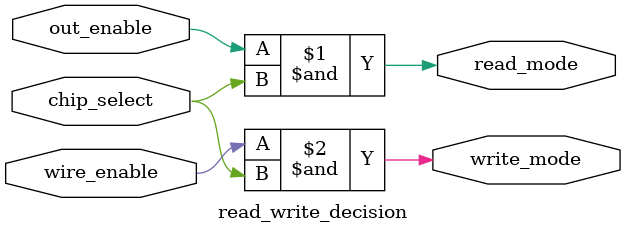
<source format=v>
module read_write_decision(write_mode, read_mode, out_enable, chip_select, wire_enable);
	output write_mode, read_mode;
	input out_enable, chip_select, wire_enable;
	assign read_mode = out_enable & chip_select;
	assign write_mode = wire_enable & chip_select;
endmodule
</source>
